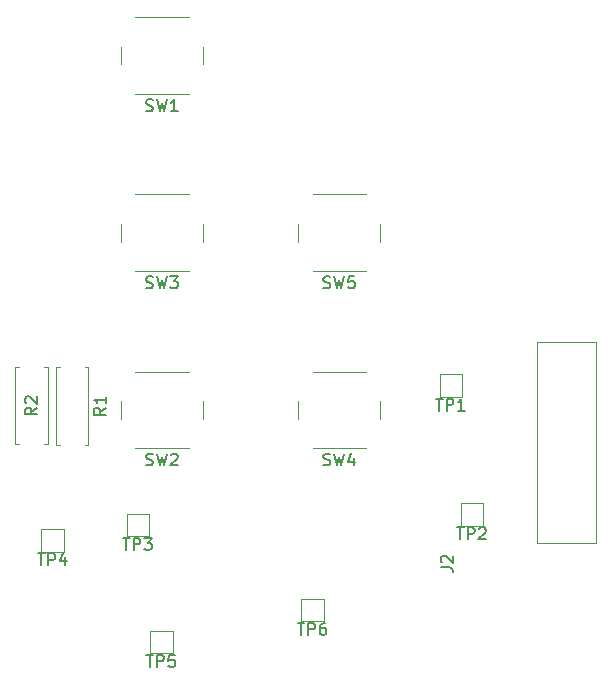
<source format=gbr>
%TF.GenerationSoftware,KiCad,Pcbnew,8.0.7*%
%TF.CreationDate,2025-01-10T14:29:54+01:00*%
%TF.ProjectId,LCD_PCB,4c43445f-5043-4422-9e6b-696361645f70,rev?*%
%TF.SameCoordinates,Original*%
%TF.FileFunction,Legend,Top*%
%TF.FilePolarity,Positive*%
%FSLAX46Y46*%
G04 Gerber Fmt 4.6, Leading zero omitted, Abs format (unit mm)*
G04 Created by KiCad (PCBNEW 8.0.7) date 2025-01-10 14:29:54*
%MOMM*%
%LPD*%
G01*
G04 APERTURE LIST*
%ADD10C,0.150000*%
%ADD11C,0.120000*%
%ADD12C,0.100000*%
G04 APERTURE END LIST*
D10*
X157038095Y-87977819D02*
X157609523Y-87977819D01*
X157323809Y-88977819D02*
X157323809Y-87977819D01*
X157942857Y-88977819D02*
X157942857Y-87977819D01*
X157942857Y-87977819D02*
X158323809Y-87977819D01*
X158323809Y-87977819D02*
X158419047Y-88025438D01*
X158419047Y-88025438D02*
X158466666Y-88073057D01*
X158466666Y-88073057D02*
X158514285Y-88168295D01*
X158514285Y-88168295D02*
X158514285Y-88311152D01*
X158514285Y-88311152D02*
X158466666Y-88406390D01*
X158466666Y-88406390D02*
X158419047Y-88454009D01*
X158419047Y-88454009D02*
X158323809Y-88501628D01*
X158323809Y-88501628D02*
X157942857Y-88501628D01*
X158895238Y-88073057D02*
X158942857Y-88025438D01*
X158942857Y-88025438D02*
X159038095Y-87977819D01*
X159038095Y-87977819D02*
X159276190Y-87977819D01*
X159276190Y-87977819D02*
X159371428Y-88025438D01*
X159371428Y-88025438D02*
X159419047Y-88073057D01*
X159419047Y-88073057D02*
X159466666Y-88168295D01*
X159466666Y-88168295D02*
X159466666Y-88263533D01*
X159466666Y-88263533D02*
X159419047Y-88406390D01*
X159419047Y-88406390D02*
X158847619Y-88977819D01*
X158847619Y-88977819D02*
X159466666Y-88977819D01*
X130716667Y-52682200D02*
X130859524Y-52729819D01*
X130859524Y-52729819D02*
X131097619Y-52729819D01*
X131097619Y-52729819D02*
X131192857Y-52682200D01*
X131192857Y-52682200D02*
X131240476Y-52634580D01*
X131240476Y-52634580D02*
X131288095Y-52539342D01*
X131288095Y-52539342D02*
X131288095Y-52444104D01*
X131288095Y-52444104D02*
X131240476Y-52348866D01*
X131240476Y-52348866D02*
X131192857Y-52301247D01*
X131192857Y-52301247D02*
X131097619Y-52253628D01*
X131097619Y-52253628D02*
X130907143Y-52206009D01*
X130907143Y-52206009D02*
X130811905Y-52158390D01*
X130811905Y-52158390D02*
X130764286Y-52110771D01*
X130764286Y-52110771D02*
X130716667Y-52015533D01*
X130716667Y-52015533D02*
X130716667Y-51920295D01*
X130716667Y-51920295D02*
X130764286Y-51825057D01*
X130764286Y-51825057D02*
X130811905Y-51777438D01*
X130811905Y-51777438D02*
X130907143Y-51729819D01*
X130907143Y-51729819D02*
X131145238Y-51729819D01*
X131145238Y-51729819D02*
X131288095Y-51777438D01*
X131621429Y-51729819D02*
X131859524Y-52729819D01*
X131859524Y-52729819D02*
X132050000Y-52015533D01*
X132050000Y-52015533D02*
X132240476Y-52729819D01*
X132240476Y-52729819D02*
X132478572Y-51729819D01*
X133383333Y-52729819D02*
X132811905Y-52729819D01*
X133097619Y-52729819D02*
X133097619Y-51729819D01*
X133097619Y-51729819D02*
X133002381Y-51872676D01*
X133002381Y-51872676D02*
X132907143Y-51967914D01*
X132907143Y-51967914D02*
X132811905Y-52015533D01*
X130716667Y-82682200D02*
X130859524Y-82729819D01*
X130859524Y-82729819D02*
X131097619Y-82729819D01*
X131097619Y-82729819D02*
X131192857Y-82682200D01*
X131192857Y-82682200D02*
X131240476Y-82634580D01*
X131240476Y-82634580D02*
X131288095Y-82539342D01*
X131288095Y-82539342D02*
X131288095Y-82444104D01*
X131288095Y-82444104D02*
X131240476Y-82348866D01*
X131240476Y-82348866D02*
X131192857Y-82301247D01*
X131192857Y-82301247D02*
X131097619Y-82253628D01*
X131097619Y-82253628D02*
X130907143Y-82206009D01*
X130907143Y-82206009D02*
X130811905Y-82158390D01*
X130811905Y-82158390D02*
X130764286Y-82110771D01*
X130764286Y-82110771D02*
X130716667Y-82015533D01*
X130716667Y-82015533D02*
X130716667Y-81920295D01*
X130716667Y-81920295D02*
X130764286Y-81825057D01*
X130764286Y-81825057D02*
X130811905Y-81777438D01*
X130811905Y-81777438D02*
X130907143Y-81729819D01*
X130907143Y-81729819D02*
X131145238Y-81729819D01*
X131145238Y-81729819D02*
X131288095Y-81777438D01*
X131621429Y-81729819D02*
X131859524Y-82729819D01*
X131859524Y-82729819D02*
X132050000Y-82015533D01*
X132050000Y-82015533D02*
X132240476Y-82729819D01*
X132240476Y-82729819D02*
X132478572Y-81729819D01*
X132811905Y-81825057D02*
X132859524Y-81777438D01*
X132859524Y-81777438D02*
X132954762Y-81729819D01*
X132954762Y-81729819D02*
X133192857Y-81729819D01*
X133192857Y-81729819D02*
X133288095Y-81777438D01*
X133288095Y-81777438D02*
X133335714Y-81825057D01*
X133335714Y-81825057D02*
X133383333Y-81920295D01*
X133383333Y-81920295D02*
X133383333Y-82015533D01*
X133383333Y-82015533D02*
X133335714Y-82158390D01*
X133335714Y-82158390D02*
X132764286Y-82729819D01*
X132764286Y-82729819D02*
X133383333Y-82729819D01*
X127284819Y-77851666D02*
X126808628Y-78184999D01*
X127284819Y-78423094D02*
X126284819Y-78423094D01*
X126284819Y-78423094D02*
X126284819Y-78042142D01*
X126284819Y-78042142D02*
X126332438Y-77946904D01*
X126332438Y-77946904D02*
X126380057Y-77899285D01*
X126380057Y-77899285D02*
X126475295Y-77851666D01*
X126475295Y-77851666D02*
X126618152Y-77851666D01*
X126618152Y-77851666D02*
X126713390Y-77899285D01*
X126713390Y-77899285D02*
X126761009Y-77946904D01*
X126761009Y-77946904D02*
X126808628Y-78042142D01*
X126808628Y-78042142D02*
X126808628Y-78423094D01*
X127284819Y-76899285D02*
X127284819Y-77470713D01*
X127284819Y-77184999D02*
X126284819Y-77184999D01*
X126284819Y-77184999D02*
X126427676Y-77280237D01*
X126427676Y-77280237D02*
X126522914Y-77375475D01*
X126522914Y-77375475D02*
X126570533Y-77470713D01*
X121454819Y-77841666D02*
X120978628Y-78174999D01*
X121454819Y-78413094D02*
X120454819Y-78413094D01*
X120454819Y-78413094D02*
X120454819Y-78032142D01*
X120454819Y-78032142D02*
X120502438Y-77936904D01*
X120502438Y-77936904D02*
X120550057Y-77889285D01*
X120550057Y-77889285D02*
X120645295Y-77841666D01*
X120645295Y-77841666D02*
X120788152Y-77841666D01*
X120788152Y-77841666D02*
X120883390Y-77889285D01*
X120883390Y-77889285D02*
X120931009Y-77936904D01*
X120931009Y-77936904D02*
X120978628Y-78032142D01*
X120978628Y-78032142D02*
X120978628Y-78413094D01*
X120550057Y-77460713D02*
X120502438Y-77413094D01*
X120502438Y-77413094D02*
X120454819Y-77317856D01*
X120454819Y-77317856D02*
X120454819Y-77079761D01*
X120454819Y-77079761D02*
X120502438Y-76984523D01*
X120502438Y-76984523D02*
X120550057Y-76936904D01*
X120550057Y-76936904D02*
X120645295Y-76889285D01*
X120645295Y-76889285D02*
X120740533Y-76889285D01*
X120740533Y-76889285D02*
X120883390Y-76936904D01*
X120883390Y-76936904D02*
X121454819Y-77508332D01*
X121454819Y-77508332D02*
X121454819Y-76889285D01*
X130716667Y-67682200D02*
X130859524Y-67729819D01*
X130859524Y-67729819D02*
X131097619Y-67729819D01*
X131097619Y-67729819D02*
X131192857Y-67682200D01*
X131192857Y-67682200D02*
X131240476Y-67634580D01*
X131240476Y-67634580D02*
X131288095Y-67539342D01*
X131288095Y-67539342D02*
X131288095Y-67444104D01*
X131288095Y-67444104D02*
X131240476Y-67348866D01*
X131240476Y-67348866D02*
X131192857Y-67301247D01*
X131192857Y-67301247D02*
X131097619Y-67253628D01*
X131097619Y-67253628D02*
X130907143Y-67206009D01*
X130907143Y-67206009D02*
X130811905Y-67158390D01*
X130811905Y-67158390D02*
X130764286Y-67110771D01*
X130764286Y-67110771D02*
X130716667Y-67015533D01*
X130716667Y-67015533D02*
X130716667Y-66920295D01*
X130716667Y-66920295D02*
X130764286Y-66825057D01*
X130764286Y-66825057D02*
X130811905Y-66777438D01*
X130811905Y-66777438D02*
X130907143Y-66729819D01*
X130907143Y-66729819D02*
X131145238Y-66729819D01*
X131145238Y-66729819D02*
X131288095Y-66777438D01*
X131621429Y-66729819D02*
X131859524Y-67729819D01*
X131859524Y-67729819D02*
X132050000Y-67015533D01*
X132050000Y-67015533D02*
X132240476Y-67729819D01*
X132240476Y-67729819D02*
X132478572Y-66729819D01*
X132764286Y-66729819D02*
X133383333Y-66729819D01*
X133383333Y-66729819D02*
X133050000Y-67110771D01*
X133050000Y-67110771D02*
X133192857Y-67110771D01*
X133192857Y-67110771D02*
X133288095Y-67158390D01*
X133288095Y-67158390D02*
X133335714Y-67206009D01*
X133335714Y-67206009D02*
X133383333Y-67301247D01*
X133383333Y-67301247D02*
X133383333Y-67539342D01*
X133383333Y-67539342D02*
X133335714Y-67634580D01*
X133335714Y-67634580D02*
X133288095Y-67682200D01*
X133288095Y-67682200D02*
X133192857Y-67729819D01*
X133192857Y-67729819D02*
X132907143Y-67729819D01*
X132907143Y-67729819D02*
X132811905Y-67682200D01*
X132811905Y-67682200D02*
X132764286Y-67634580D01*
X145716667Y-67682200D02*
X145859524Y-67729819D01*
X145859524Y-67729819D02*
X146097619Y-67729819D01*
X146097619Y-67729819D02*
X146192857Y-67682200D01*
X146192857Y-67682200D02*
X146240476Y-67634580D01*
X146240476Y-67634580D02*
X146288095Y-67539342D01*
X146288095Y-67539342D02*
X146288095Y-67444104D01*
X146288095Y-67444104D02*
X146240476Y-67348866D01*
X146240476Y-67348866D02*
X146192857Y-67301247D01*
X146192857Y-67301247D02*
X146097619Y-67253628D01*
X146097619Y-67253628D02*
X145907143Y-67206009D01*
X145907143Y-67206009D02*
X145811905Y-67158390D01*
X145811905Y-67158390D02*
X145764286Y-67110771D01*
X145764286Y-67110771D02*
X145716667Y-67015533D01*
X145716667Y-67015533D02*
X145716667Y-66920295D01*
X145716667Y-66920295D02*
X145764286Y-66825057D01*
X145764286Y-66825057D02*
X145811905Y-66777438D01*
X145811905Y-66777438D02*
X145907143Y-66729819D01*
X145907143Y-66729819D02*
X146145238Y-66729819D01*
X146145238Y-66729819D02*
X146288095Y-66777438D01*
X146621429Y-66729819D02*
X146859524Y-67729819D01*
X146859524Y-67729819D02*
X147050000Y-67015533D01*
X147050000Y-67015533D02*
X147240476Y-67729819D01*
X147240476Y-67729819D02*
X147478572Y-66729819D01*
X148335714Y-66729819D02*
X147859524Y-66729819D01*
X147859524Y-66729819D02*
X147811905Y-67206009D01*
X147811905Y-67206009D02*
X147859524Y-67158390D01*
X147859524Y-67158390D02*
X147954762Y-67110771D01*
X147954762Y-67110771D02*
X148192857Y-67110771D01*
X148192857Y-67110771D02*
X148288095Y-67158390D01*
X148288095Y-67158390D02*
X148335714Y-67206009D01*
X148335714Y-67206009D02*
X148383333Y-67301247D01*
X148383333Y-67301247D02*
X148383333Y-67539342D01*
X148383333Y-67539342D02*
X148335714Y-67634580D01*
X148335714Y-67634580D02*
X148288095Y-67682200D01*
X148288095Y-67682200D02*
X148192857Y-67729819D01*
X148192857Y-67729819D02*
X147954762Y-67729819D01*
X147954762Y-67729819D02*
X147859524Y-67682200D01*
X147859524Y-67682200D02*
X147811905Y-67634580D01*
X143538095Y-96077819D02*
X144109523Y-96077819D01*
X143823809Y-97077819D02*
X143823809Y-96077819D01*
X144442857Y-97077819D02*
X144442857Y-96077819D01*
X144442857Y-96077819D02*
X144823809Y-96077819D01*
X144823809Y-96077819D02*
X144919047Y-96125438D01*
X144919047Y-96125438D02*
X144966666Y-96173057D01*
X144966666Y-96173057D02*
X145014285Y-96268295D01*
X145014285Y-96268295D02*
X145014285Y-96411152D01*
X145014285Y-96411152D02*
X144966666Y-96506390D01*
X144966666Y-96506390D02*
X144919047Y-96554009D01*
X144919047Y-96554009D02*
X144823809Y-96601628D01*
X144823809Y-96601628D02*
X144442857Y-96601628D01*
X145871428Y-96077819D02*
X145680952Y-96077819D01*
X145680952Y-96077819D02*
X145585714Y-96125438D01*
X145585714Y-96125438D02*
X145538095Y-96173057D01*
X145538095Y-96173057D02*
X145442857Y-96315914D01*
X145442857Y-96315914D02*
X145395238Y-96506390D01*
X145395238Y-96506390D02*
X145395238Y-96887342D01*
X145395238Y-96887342D02*
X145442857Y-96982580D01*
X145442857Y-96982580D02*
X145490476Y-97030200D01*
X145490476Y-97030200D02*
X145585714Y-97077819D01*
X145585714Y-97077819D02*
X145776190Y-97077819D01*
X145776190Y-97077819D02*
X145871428Y-97030200D01*
X145871428Y-97030200D02*
X145919047Y-96982580D01*
X145919047Y-96982580D02*
X145966666Y-96887342D01*
X145966666Y-96887342D02*
X145966666Y-96649247D01*
X145966666Y-96649247D02*
X145919047Y-96554009D01*
X145919047Y-96554009D02*
X145871428Y-96506390D01*
X145871428Y-96506390D02*
X145776190Y-96458771D01*
X145776190Y-96458771D02*
X145585714Y-96458771D01*
X145585714Y-96458771D02*
X145490476Y-96506390D01*
X145490476Y-96506390D02*
X145442857Y-96554009D01*
X145442857Y-96554009D02*
X145395238Y-96649247D01*
X121538095Y-90177819D02*
X122109523Y-90177819D01*
X121823809Y-91177819D02*
X121823809Y-90177819D01*
X122442857Y-91177819D02*
X122442857Y-90177819D01*
X122442857Y-90177819D02*
X122823809Y-90177819D01*
X122823809Y-90177819D02*
X122919047Y-90225438D01*
X122919047Y-90225438D02*
X122966666Y-90273057D01*
X122966666Y-90273057D02*
X123014285Y-90368295D01*
X123014285Y-90368295D02*
X123014285Y-90511152D01*
X123014285Y-90511152D02*
X122966666Y-90606390D01*
X122966666Y-90606390D02*
X122919047Y-90654009D01*
X122919047Y-90654009D02*
X122823809Y-90701628D01*
X122823809Y-90701628D02*
X122442857Y-90701628D01*
X123871428Y-90511152D02*
X123871428Y-91177819D01*
X123633333Y-90130200D02*
X123395238Y-90844485D01*
X123395238Y-90844485D02*
X124014285Y-90844485D01*
X145716667Y-82682200D02*
X145859524Y-82729819D01*
X145859524Y-82729819D02*
X146097619Y-82729819D01*
X146097619Y-82729819D02*
X146192857Y-82682200D01*
X146192857Y-82682200D02*
X146240476Y-82634580D01*
X146240476Y-82634580D02*
X146288095Y-82539342D01*
X146288095Y-82539342D02*
X146288095Y-82444104D01*
X146288095Y-82444104D02*
X146240476Y-82348866D01*
X146240476Y-82348866D02*
X146192857Y-82301247D01*
X146192857Y-82301247D02*
X146097619Y-82253628D01*
X146097619Y-82253628D02*
X145907143Y-82206009D01*
X145907143Y-82206009D02*
X145811905Y-82158390D01*
X145811905Y-82158390D02*
X145764286Y-82110771D01*
X145764286Y-82110771D02*
X145716667Y-82015533D01*
X145716667Y-82015533D02*
X145716667Y-81920295D01*
X145716667Y-81920295D02*
X145764286Y-81825057D01*
X145764286Y-81825057D02*
X145811905Y-81777438D01*
X145811905Y-81777438D02*
X145907143Y-81729819D01*
X145907143Y-81729819D02*
X146145238Y-81729819D01*
X146145238Y-81729819D02*
X146288095Y-81777438D01*
X146621429Y-81729819D02*
X146859524Y-82729819D01*
X146859524Y-82729819D02*
X147050000Y-82015533D01*
X147050000Y-82015533D02*
X147240476Y-82729819D01*
X147240476Y-82729819D02*
X147478572Y-81729819D01*
X148288095Y-82063152D02*
X148288095Y-82729819D01*
X148050000Y-81682200D02*
X147811905Y-82396485D01*
X147811905Y-82396485D02*
X148430952Y-82396485D01*
X128738095Y-88877819D02*
X129309523Y-88877819D01*
X129023809Y-89877819D02*
X129023809Y-88877819D01*
X129642857Y-89877819D02*
X129642857Y-88877819D01*
X129642857Y-88877819D02*
X130023809Y-88877819D01*
X130023809Y-88877819D02*
X130119047Y-88925438D01*
X130119047Y-88925438D02*
X130166666Y-88973057D01*
X130166666Y-88973057D02*
X130214285Y-89068295D01*
X130214285Y-89068295D02*
X130214285Y-89211152D01*
X130214285Y-89211152D02*
X130166666Y-89306390D01*
X130166666Y-89306390D02*
X130119047Y-89354009D01*
X130119047Y-89354009D02*
X130023809Y-89401628D01*
X130023809Y-89401628D02*
X129642857Y-89401628D01*
X130547619Y-88877819D02*
X131166666Y-88877819D01*
X131166666Y-88877819D02*
X130833333Y-89258771D01*
X130833333Y-89258771D02*
X130976190Y-89258771D01*
X130976190Y-89258771D02*
X131071428Y-89306390D01*
X131071428Y-89306390D02*
X131119047Y-89354009D01*
X131119047Y-89354009D02*
X131166666Y-89449247D01*
X131166666Y-89449247D02*
X131166666Y-89687342D01*
X131166666Y-89687342D02*
X131119047Y-89782580D01*
X131119047Y-89782580D02*
X131071428Y-89830200D01*
X131071428Y-89830200D02*
X130976190Y-89877819D01*
X130976190Y-89877819D02*
X130690476Y-89877819D01*
X130690476Y-89877819D02*
X130595238Y-89830200D01*
X130595238Y-89830200D02*
X130547619Y-89782580D01*
X130738095Y-98777819D02*
X131309523Y-98777819D01*
X131023809Y-99777819D02*
X131023809Y-98777819D01*
X131642857Y-99777819D02*
X131642857Y-98777819D01*
X131642857Y-98777819D02*
X132023809Y-98777819D01*
X132023809Y-98777819D02*
X132119047Y-98825438D01*
X132119047Y-98825438D02*
X132166666Y-98873057D01*
X132166666Y-98873057D02*
X132214285Y-98968295D01*
X132214285Y-98968295D02*
X132214285Y-99111152D01*
X132214285Y-99111152D02*
X132166666Y-99206390D01*
X132166666Y-99206390D02*
X132119047Y-99254009D01*
X132119047Y-99254009D02*
X132023809Y-99301628D01*
X132023809Y-99301628D02*
X131642857Y-99301628D01*
X133119047Y-98777819D02*
X132642857Y-98777819D01*
X132642857Y-98777819D02*
X132595238Y-99254009D01*
X132595238Y-99254009D02*
X132642857Y-99206390D01*
X132642857Y-99206390D02*
X132738095Y-99158771D01*
X132738095Y-99158771D02*
X132976190Y-99158771D01*
X132976190Y-99158771D02*
X133071428Y-99206390D01*
X133071428Y-99206390D02*
X133119047Y-99254009D01*
X133119047Y-99254009D02*
X133166666Y-99349247D01*
X133166666Y-99349247D02*
X133166666Y-99587342D01*
X133166666Y-99587342D02*
X133119047Y-99682580D01*
X133119047Y-99682580D02*
X133071428Y-99730200D01*
X133071428Y-99730200D02*
X132976190Y-99777819D01*
X132976190Y-99777819D02*
X132738095Y-99777819D01*
X132738095Y-99777819D02*
X132642857Y-99730200D01*
X132642857Y-99730200D02*
X132595238Y-99682580D01*
X155238095Y-77077819D02*
X155809523Y-77077819D01*
X155523809Y-78077819D02*
X155523809Y-77077819D01*
X156142857Y-78077819D02*
X156142857Y-77077819D01*
X156142857Y-77077819D02*
X156523809Y-77077819D01*
X156523809Y-77077819D02*
X156619047Y-77125438D01*
X156619047Y-77125438D02*
X156666666Y-77173057D01*
X156666666Y-77173057D02*
X156714285Y-77268295D01*
X156714285Y-77268295D02*
X156714285Y-77411152D01*
X156714285Y-77411152D02*
X156666666Y-77506390D01*
X156666666Y-77506390D02*
X156619047Y-77554009D01*
X156619047Y-77554009D02*
X156523809Y-77601628D01*
X156523809Y-77601628D02*
X156142857Y-77601628D01*
X157666666Y-78077819D02*
X157095238Y-78077819D01*
X157380952Y-78077819D02*
X157380952Y-77077819D01*
X157380952Y-77077819D02*
X157285714Y-77220676D01*
X157285714Y-77220676D02*
X157190476Y-77315914D01*
X157190476Y-77315914D02*
X157095238Y-77363533D01*
X155664819Y-91358333D02*
X156379104Y-91358333D01*
X156379104Y-91358333D02*
X156521961Y-91405952D01*
X156521961Y-91405952D02*
X156617200Y-91501190D01*
X156617200Y-91501190D02*
X156664819Y-91644047D01*
X156664819Y-91644047D02*
X156664819Y-91739285D01*
X155760057Y-90929761D02*
X155712438Y-90882142D01*
X155712438Y-90882142D02*
X155664819Y-90786904D01*
X155664819Y-90786904D02*
X155664819Y-90548809D01*
X155664819Y-90548809D02*
X155712438Y-90453571D01*
X155712438Y-90453571D02*
X155760057Y-90405952D01*
X155760057Y-90405952D02*
X155855295Y-90358333D01*
X155855295Y-90358333D02*
X155950533Y-90358333D01*
X155950533Y-90358333D02*
X156093390Y-90405952D01*
X156093390Y-90405952D02*
X156664819Y-90977380D01*
X156664819Y-90977380D02*
X156664819Y-90358333D01*
D11*
%TO.C,TP2*%
X157350000Y-85925000D02*
X159250000Y-85925000D01*
X157350000Y-87825000D02*
X157350000Y-85925000D01*
X159250000Y-85925000D02*
X159250000Y-87825000D01*
X159250000Y-87825000D02*
X157350000Y-87825000D01*
%TO.C,SW1*%
X128550000Y-47275000D02*
X128550000Y-48775000D01*
X129800000Y-51275000D02*
X134300000Y-51275000D01*
X134300000Y-44775000D02*
X129800000Y-44775000D01*
X135550000Y-48775000D02*
X135550000Y-47275000D01*
%TO.C,SW2*%
X128550000Y-77275000D02*
X128550000Y-78775000D01*
X129800000Y-81275000D02*
X134300000Y-81275000D01*
X134300000Y-74775000D02*
X129800000Y-74775000D01*
X135550000Y-78775000D02*
X135550000Y-77275000D01*
%TO.C,R1*%
X123090000Y-74415000D02*
X123090000Y-80955000D01*
X123090000Y-80955000D02*
X123420000Y-80955000D01*
X123420000Y-74415000D02*
X123090000Y-74415000D01*
X125500000Y-74415000D02*
X125830000Y-74415000D01*
X125830000Y-74415000D02*
X125830000Y-80955000D01*
X125830000Y-80955000D02*
X125500000Y-80955000D01*
%TO.C,R2*%
X119630000Y-74405000D02*
X119630000Y-80945000D01*
X119630000Y-80945000D02*
X119960000Y-80945000D01*
X119960000Y-74405000D02*
X119630000Y-74405000D01*
X122040000Y-74405000D02*
X122370000Y-74405000D01*
X122370000Y-74405000D02*
X122370000Y-80945000D01*
X122370000Y-80945000D02*
X122040000Y-80945000D01*
D12*
%TO.C,RV1*%
X163800000Y-72275000D02*
X168800000Y-72275000D01*
X163800000Y-89275000D02*
X163800000Y-72275000D01*
X168800000Y-72275000D02*
X168800000Y-89275000D01*
X168800000Y-89275000D02*
X163800000Y-89275000D01*
D11*
%TO.C,SW3*%
X128550000Y-62275000D02*
X128550000Y-63775000D01*
X129800000Y-66275000D02*
X134300000Y-66275000D01*
X134300000Y-59775000D02*
X129800000Y-59775000D01*
X135550000Y-63775000D02*
X135550000Y-62275000D01*
%TO.C,SW5*%
X143550000Y-62275000D02*
X143550000Y-63775000D01*
X144800000Y-66275000D02*
X149300000Y-66275000D01*
X149300000Y-59775000D02*
X144800000Y-59775000D01*
X150550000Y-63775000D02*
X150550000Y-62275000D01*
%TO.C,TP6*%
X143850000Y-94025000D02*
X145750000Y-94025000D01*
X143850000Y-95925000D02*
X143850000Y-94025000D01*
X145750000Y-94025000D02*
X145750000Y-95925000D01*
X145750000Y-95925000D02*
X143850000Y-95925000D01*
%TO.C,TP4*%
X121850000Y-88125000D02*
X123750000Y-88125000D01*
X121850000Y-90025000D02*
X121850000Y-88125000D01*
X123750000Y-88125000D02*
X123750000Y-90025000D01*
X123750000Y-90025000D02*
X121850000Y-90025000D01*
%TO.C,SW4*%
X143550000Y-77275000D02*
X143550000Y-78775000D01*
X144800000Y-81275000D02*
X149300000Y-81275000D01*
X149300000Y-74775000D02*
X144800000Y-74775000D01*
X150550000Y-78775000D02*
X150550000Y-77275000D01*
%TO.C,TP3*%
X129050000Y-86825000D02*
X130950000Y-86825000D01*
X129050000Y-88725000D02*
X129050000Y-86825000D01*
X130950000Y-86825000D02*
X130950000Y-88725000D01*
X130950000Y-88725000D02*
X129050000Y-88725000D01*
%TO.C,TP5*%
X131050000Y-96725000D02*
X132950000Y-96725000D01*
X131050000Y-98625000D02*
X131050000Y-96725000D01*
X132950000Y-96725000D02*
X132950000Y-98625000D01*
X132950000Y-98625000D02*
X131050000Y-98625000D01*
%TO.C,TP1*%
X155550000Y-75025000D02*
X157450000Y-75025000D01*
X155550000Y-76925000D02*
X155550000Y-75025000D01*
X157450000Y-75025000D02*
X157450000Y-76925000D01*
X157450000Y-76925000D02*
X155550000Y-76925000D01*
%TD*%
M02*

</source>
